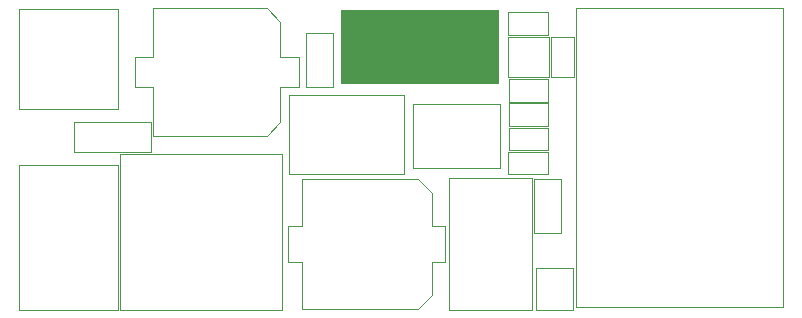
<source format=gbr>
%TF.GenerationSoftware,KiCad,Pcbnew,5.1.10-88a1d61d58~88~ubuntu20.04.1*%
%TF.CreationDate,2022-01-13T13:40:49+02:00*%
%TF.ProjectId,LED_Wled,4c45445f-576c-4656-942e-6b696361645f,rev?*%
%TF.SameCoordinates,Original*%
%TF.FileFunction,Other,User*%
%FSLAX46Y46*%
G04 Gerber Fmt 4.6, Leading zero omitted, Abs format (unit mm)*
G04 Created by KiCad (PCBNEW 5.1.10-88a1d61d58~88~ubuntu20.04.1) date 2022-01-13 13:40:49*
%MOMM*%
%LPD*%
G01*
G04 APERTURE LIST*
%ADD10C,0.050000*%
%ADD11C,0.100000*%
G04 APERTURE END LIST*
D10*
%TO.C,BOOT1*%
X114450000Y-72350000D02*
X114450000Y-68750000D01*
X114450000Y-68750000D02*
X111350000Y-68750000D01*
X111350000Y-68750000D02*
X111350000Y-72350000D01*
X111350000Y-72350000D02*
X114450000Y-72350000D01*
%TO.C,NT1*%
X72250000Y-58950000D02*
X72250000Y-56450000D01*
X78750000Y-58950000D02*
X72250000Y-58950000D01*
X78750000Y-56450000D02*
X78750000Y-58950000D01*
X72250000Y-56450000D02*
X78750000Y-56450000D01*
%TO.C,U3*%
X111000000Y-61200000D02*
X104000000Y-61200000D01*
X104000000Y-61200000D02*
X104000000Y-72300000D01*
X104000000Y-72300000D02*
X111000000Y-72300000D01*
X111000000Y-72300000D02*
X111000000Y-61200000D01*
%TO.C,L1*%
X76140000Y-59100000D02*
X89860000Y-59100000D01*
X89860000Y-59100000D02*
X89860000Y-72300000D01*
X89860000Y-72300000D02*
X76140000Y-72300000D01*
X76140000Y-72300000D02*
X76140000Y-59100000D01*
%TO.C,C5*%
X113420000Y-65780000D02*
X111180000Y-65780000D01*
X111180000Y-65780000D02*
X111180000Y-61220000D01*
X111180000Y-61220000D02*
X113420000Y-61220000D01*
X113420000Y-61220000D02*
X113420000Y-65780000D01*
%TO.C,C4*%
X108982500Y-60850000D02*
X108982500Y-58950000D01*
X108982500Y-58950000D02*
X112342500Y-58950000D01*
X112342500Y-58950000D02*
X112342500Y-60850000D01*
X112342500Y-60850000D02*
X108982500Y-60850000D01*
%TO.C,C1*%
X91500000Y-72250000D02*
X91500000Y-68250000D01*
X91500000Y-68250000D02*
X90350000Y-68250000D01*
X90350000Y-68250000D02*
X90350000Y-65250000D01*
X90350000Y-65250000D02*
X91500000Y-65250000D01*
X91500000Y-65250000D02*
X91500000Y-61250000D01*
X101350000Y-61250000D02*
X91500000Y-61250000D01*
X101350000Y-72250000D02*
X91500000Y-72250000D01*
X102500000Y-62400000D02*
X101350000Y-61250000D01*
X102500000Y-71100000D02*
X101350000Y-72250000D01*
X102500000Y-71100000D02*
X102500000Y-68250000D01*
X102500000Y-65250000D02*
X102500000Y-62400000D01*
X102500000Y-68250000D02*
X103650000Y-68250000D01*
X103650000Y-68250000D02*
X103650000Y-65250000D01*
X103650000Y-65250000D02*
X102500000Y-65250000D01*
%TO.C,U2*%
X108300000Y-60300000D02*
X108300000Y-54900000D01*
X108300000Y-54900000D02*
X100900000Y-54900000D01*
X100900000Y-54900000D02*
X100900000Y-60300000D01*
X100900000Y-60300000D02*
X108300000Y-60300000D01*
%TO.C,U1*%
X114750000Y-72125000D02*
X132250000Y-72125000D01*
X132250000Y-72125000D02*
X132250000Y-46750000D01*
X132250000Y-46750000D02*
X114750000Y-46750000D01*
X114750000Y-46750000D02*
X114750000Y-72125000D01*
%TO.C,R5*%
X108982500Y-49050000D02*
X108982500Y-47150000D01*
X108982500Y-47150000D02*
X112342500Y-47150000D01*
X112342500Y-47150000D02*
X112342500Y-49050000D01*
X112342500Y-49050000D02*
X108982500Y-49050000D01*
%TO.C,R4*%
X114550000Y-52580000D02*
X112650000Y-52580000D01*
X112650000Y-52580000D02*
X112650000Y-49220000D01*
X112650000Y-49220000D02*
X114550000Y-49220000D01*
X114550000Y-49220000D02*
X114550000Y-52580000D01*
%TO.C,R3*%
X112380000Y-56900000D02*
X112380000Y-58800000D01*
X112380000Y-58800000D02*
X109020000Y-58800000D01*
X109020000Y-58800000D02*
X109020000Y-56900000D01*
X109020000Y-56900000D02*
X112380000Y-56900000D01*
%TO.C,R2*%
X112380000Y-52800000D02*
X112380000Y-54700000D01*
X112380000Y-54700000D02*
X109020000Y-54700000D01*
X109020000Y-54700000D02*
X109020000Y-52800000D01*
X109020000Y-52800000D02*
X112380000Y-52800000D01*
%TO.C,R1*%
X109020000Y-56750000D02*
X109020000Y-54850000D01*
X109020000Y-54850000D02*
X112380000Y-54850000D01*
X112380000Y-54850000D02*
X112380000Y-56750000D01*
X112380000Y-56750000D02*
X109020000Y-56750000D01*
%TO.C,Q1*%
X108950000Y-52600000D02*
X108950000Y-49200000D01*
X108950000Y-49200000D02*
X112450000Y-49200000D01*
X112450000Y-49200000D02*
X112450000Y-52600000D01*
X112450000Y-52600000D02*
X108950000Y-52600000D01*
%TO.C,J3*%
X67600000Y-72350000D02*
X75910000Y-72350000D01*
X75910000Y-72350000D02*
X75910000Y-60030000D01*
X75910000Y-60030000D02*
X67600000Y-60030000D01*
X67600000Y-60030000D02*
X67600000Y-72350000D01*
%TO.C,J2*%
X67600000Y-55350000D02*
X75910000Y-55350000D01*
X75910000Y-55350000D02*
X75910000Y-46840000D01*
X75910000Y-46840000D02*
X67600000Y-46840000D01*
X67600000Y-46840000D02*
X67600000Y-55350000D01*
D11*
%TO.C,J1*%
G36*
X108135000Y-53100000D02*
G01*
X94865000Y-53100000D01*
X94865000Y-46900000D01*
X108135000Y-46900000D01*
X108135000Y-53100000D01*
G37*
X108135000Y-53100000D02*
X94865000Y-53100000D01*
X94865000Y-46900000D01*
X108135000Y-46900000D01*
X108135000Y-53100000D01*
D10*
%TO.C,D1*%
X90400000Y-54150000D02*
X100200000Y-54150000D01*
X100200000Y-54150000D02*
X100200000Y-60850000D01*
X100200000Y-60850000D02*
X90400000Y-60850000D01*
X90400000Y-60850000D02*
X90400000Y-54150000D01*
%TO.C,C3*%
X94120000Y-53480000D02*
X91880000Y-53480000D01*
X91880000Y-53480000D02*
X91880000Y-48920000D01*
X91880000Y-48920000D02*
X94120000Y-48920000D01*
X94120000Y-48920000D02*
X94120000Y-53480000D01*
%TO.C,C2*%
X78900000Y-57600000D02*
X78900000Y-53500000D01*
X78900000Y-53500000D02*
X77350000Y-53500000D01*
X77350000Y-53500000D02*
X77350000Y-50900000D01*
X77350000Y-50900000D02*
X78900000Y-50900000D01*
X78900000Y-50900000D02*
X78900000Y-46800000D01*
X88550000Y-46800000D02*
X78900000Y-46800000D01*
X88550000Y-57600000D02*
X78900000Y-57600000D01*
X89700000Y-47950000D02*
X88550000Y-46800000D01*
X89700000Y-56450000D02*
X88550000Y-57600000D01*
X89700000Y-56450000D02*
X89700000Y-53500000D01*
X89700000Y-50900000D02*
X89700000Y-47950000D01*
X89700000Y-53500000D02*
X91250000Y-53500000D01*
X91250000Y-53500000D02*
X91250000Y-50900000D01*
X91250000Y-50900000D02*
X89700000Y-50900000D01*
%TD*%
M02*

</source>
